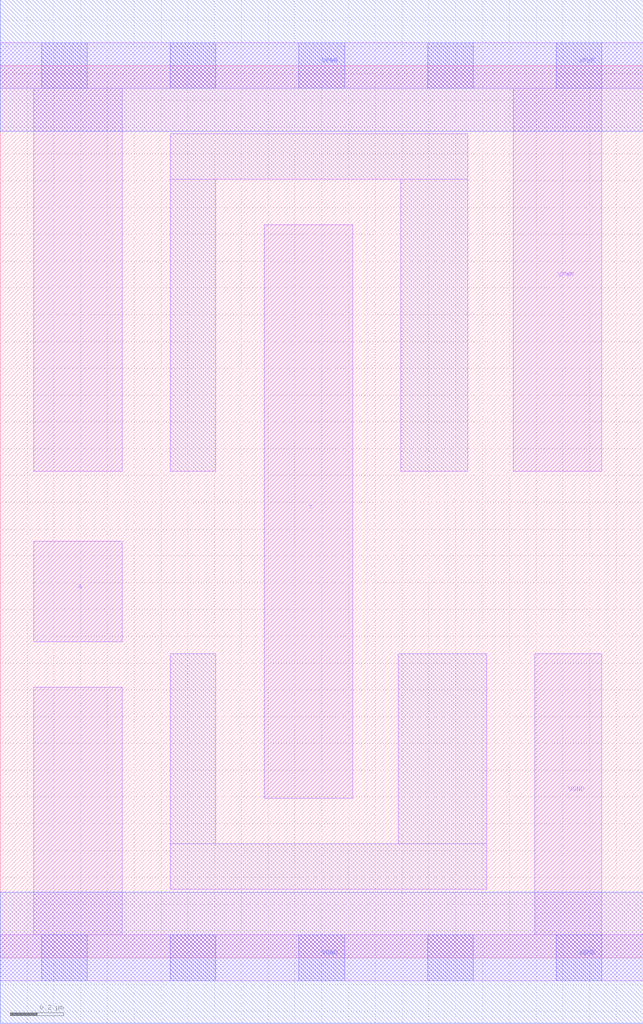
<source format=lef>
# Copyright 2020 The SkyWater PDK Authors
#
# Licensed under the Apache License, Version 2.0 (the "License");
# you may not use this file except in compliance with the License.
# You may obtain a copy of the License at
#
#     https://www.apache.org/licenses/LICENSE-2.0
#
# Unless required by applicable law or agreed to in writing, software
# distributed under the License is distributed on an "AS IS" BASIS,
# WITHOUT WARRANTIES OR CONDITIONS OF ANY KIND, either express or implied.
# See the License for the specific language governing permissions and
# limitations under the License.
#
# SPDX-License-Identifier: Apache-2.0

VERSION 5.7 ;
  NAMESCASESENSITIVE ON ;
  NOWIREEXTENSIONATPIN ON ;
  DIVIDERCHAR "/" ;
  BUSBITCHARS "[]" ;
UNITS
  DATABASE MICRONS 200 ;
END UNITS
MACRO sky130_fd_sc_lp__invlp_2
  CLASS CORE ;
  SOURCE USER ;
  FOREIGN sky130_fd_sc_lp__invlp_2 ;
  ORIGIN  0.000000  0.000000 ;
  SIZE  2.400000 BY  3.330000 ;
  SYMMETRY X Y R90 ;
  SITE unit ;
  PIN A
    ANTENNAGATEAREA  1.260000 ;
    DIRECTION INPUT ;
    USE SIGNAL ;
    PORT
      LAYER li1 ;
        RECT 0.125000 1.180000 0.455000 1.555000 ;
    END
  END A
  PIN Y
    ANTENNADIFFAREA  0.588000 ;
    DIRECTION OUTPUT ;
    USE SIGNAL ;
    PORT
      LAYER li1 ;
        RECT 0.985000 0.595000 1.315000 2.735000 ;
    END
  END Y
  PIN VGND
    DIRECTION INOUT ;
    USE GROUND ;
    PORT
      LAYER li1 ;
        RECT 0.000000 -0.085000 2.400000 0.085000 ;
        RECT 0.125000  0.085000 0.455000 1.010000 ;
        RECT 1.995000  0.085000 2.245000 1.135000 ;
      LAYER mcon ;
        RECT 0.155000 -0.085000 0.325000 0.085000 ;
        RECT 0.635000 -0.085000 0.805000 0.085000 ;
        RECT 1.115000 -0.085000 1.285000 0.085000 ;
        RECT 1.595000 -0.085000 1.765000 0.085000 ;
        RECT 2.075000 -0.085000 2.245000 0.085000 ;
      LAYER met1 ;
        RECT 0.000000 -0.245000 2.400000 0.245000 ;
    END
  END VGND
  PIN VPWR
    DIRECTION INOUT ;
    USE POWER ;
    PORT
      LAYER li1 ;
        RECT 0.000000 3.245000 2.400000 3.415000 ;
        RECT 0.125000 1.815000 0.455000 3.245000 ;
        RECT 1.915000 1.815000 2.245000 3.245000 ;
      LAYER mcon ;
        RECT 0.155000 3.245000 0.325000 3.415000 ;
        RECT 0.635000 3.245000 0.805000 3.415000 ;
        RECT 1.115000 3.245000 1.285000 3.415000 ;
        RECT 1.595000 3.245000 1.765000 3.415000 ;
        RECT 2.075000 3.245000 2.245000 3.415000 ;
      LAYER met1 ;
        RECT 0.000000 3.085000 2.400000 3.575000 ;
    END
  END VPWR
  OBS
    LAYER li1 ;
      RECT 0.635000 0.255000 1.815000 0.425000 ;
      RECT 0.635000 0.425000 0.805000 1.135000 ;
      RECT 0.635000 1.815000 0.805000 2.905000 ;
      RECT 0.635000 2.905000 1.745000 3.075000 ;
      RECT 1.485000 0.425000 1.815000 1.135000 ;
      RECT 1.495000 1.815000 1.745000 2.905000 ;
  END
END sky130_fd_sc_lp__invlp_2

</source>
